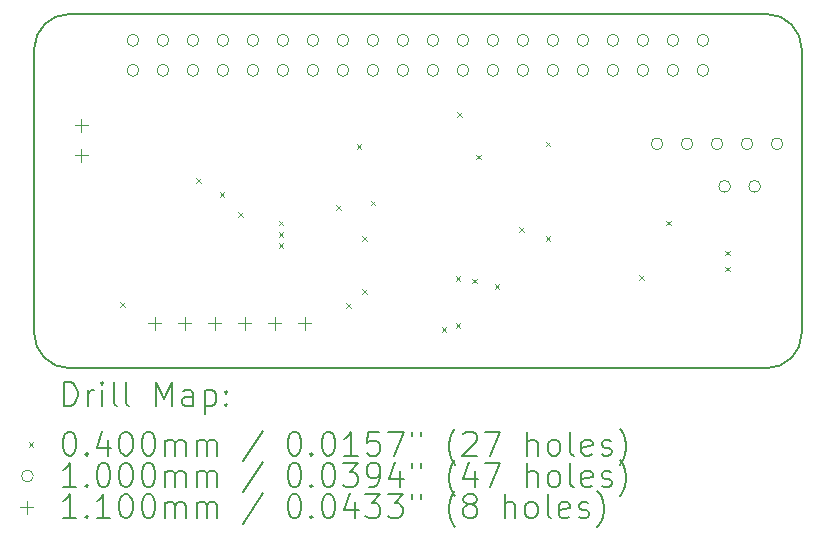
<source format=gbr>
%TF.GenerationSoftware,KiCad,Pcbnew,7.0.6*%
%TF.CreationDate,2023-08-14T14:17:23+01:00*%
%TF.ProjectId,canhat,63616e68-6174-42e6-9b69-6361645f7063,8*%
%TF.SameCoordinates,Original*%
%TF.FileFunction,Drillmap*%
%TF.FilePolarity,Positive*%
%FSLAX45Y45*%
G04 Gerber Fmt 4.5, Leading zero omitted, Abs format (unit mm)*
G04 Created by KiCad (PCBNEW 7.0.6) date 2023-08-14 14:17:23*
%MOMM*%
%LPD*%
G01*
G04 APERTURE LIST*
%ADD10C,0.150000*%
%ADD11C,0.200000*%
%ADD12C,0.040000*%
%ADD13C,0.100000*%
%ADD14C,0.110000*%
G04 APERTURE END LIST*
D10*
X10500000Y-7700000D02*
X10500000Y-5300000D01*
X10500000Y-5300000D02*
G75*
G03*
X10200000Y-5000000I-300000J0D01*
G01*
X4300000Y-5000000D02*
G75*
G03*
X4000000Y-5300000I0J-300000D01*
G01*
X10200000Y-5000000D02*
X4300000Y-5000000D01*
X4000000Y-7700000D02*
G75*
G03*
X4300000Y-8000000I300000J0D01*
G01*
X4000000Y-5300000D02*
X4000000Y-7700000D01*
X10200000Y-8000000D02*
G75*
G03*
X10500000Y-7700000I0J300000D01*
G01*
X4300000Y-8000000D02*
X10200000Y-8000000D01*
D11*
D12*
X4730000Y-7440000D02*
X4770000Y-7480000D01*
X4770000Y-7440000D02*
X4730000Y-7480000D01*
X5370000Y-6390000D02*
X5410000Y-6430000D01*
X5410000Y-6390000D02*
X5370000Y-6430000D01*
X5570000Y-6510000D02*
X5610000Y-6550000D01*
X5610000Y-6510000D02*
X5570000Y-6550000D01*
X5730000Y-6680000D02*
X5770000Y-6720000D01*
X5770000Y-6680000D02*
X5730000Y-6720000D01*
X6070000Y-6750000D02*
X6110000Y-6790000D01*
X6110000Y-6750000D02*
X6070000Y-6790000D01*
X6070000Y-6850000D02*
X6110000Y-6890000D01*
X6110000Y-6850000D02*
X6070000Y-6890000D01*
X6070000Y-6940000D02*
X6110000Y-6980000D01*
X6110000Y-6940000D02*
X6070000Y-6980000D01*
X6560000Y-6620000D02*
X6600000Y-6660000D01*
X6600000Y-6620000D02*
X6560000Y-6660000D01*
X6640000Y-7450000D02*
X6680000Y-7490000D01*
X6680000Y-7450000D02*
X6640000Y-7490000D01*
X6730000Y-6100000D02*
X6770000Y-6140000D01*
X6770000Y-6100000D02*
X6730000Y-6140000D01*
X6780000Y-6880000D02*
X6820000Y-6920000D01*
X6820000Y-6880000D02*
X6780000Y-6920000D01*
X6780000Y-7330000D02*
X6820000Y-7370000D01*
X6820000Y-7330000D02*
X6780000Y-7370000D01*
X6850000Y-6580000D02*
X6890000Y-6620000D01*
X6890000Y-6580000D02*
X6850000Y-6620000D01*
X7450000Y-7650000D02*
X7490000Y-7690000D01*
X7490000Y-7650000D02*
X7450000Y-7690000D01*
X7570000Y-7220000D02*
X7610000Y-7260000D01*
X7610000Y-7220000D02*
X7570000Y-7260000D01*
X7570000Y-7620000D02*
X7610000Y-7660000D01*
X7610000Y-7620000D02*
X7570000Y-7660000D01*
X7580000Y-5830000D02*
X7620000Y-5870000D01*
X7620000Y-5830000D02*
X7580000Y-5870000D01*
X7710000Y-7240000D02*
X7750000Y-7280000D01*
X7750000Y-7240000D02*
X7710000Y-7280000D01*
X7740000Y-6190000D02*
X7780000Y-6230000D01*
X7780000Y-6190000D02*
X7740000Y-6230000D01*
X7900000Y-7290000D02*
X7940000Y-7330000D01*
X7940000Y-7290000D02*
X7900000Y-7330000D01*
X8105000Y-6805000D02*
X8145000Y-6845000D01*
X8145000Y-6805000D02*
X8105000Y-6845000D01*
X8330000Y-6080000D02*
X8370000Y-6120000D01*
X8370000Y-6080000D02*
X8330000Y-6120000D01*
X8330000Y-6880000D02*
X8370000Y-6920000D01*
X8370000Y-6880000D02*
X8330000Y-6920000D01*
X9120000Y-7210000D02*
X9160000Y-7250000D01*
X9160000Y-7210000D02*
X9120000Y-7250000D01*
X9350000Y-6750000D02*
X9390000Y-6790000D01*
X9390000Y-6750000D02*
X9350000Y-6790000D01*
X9850000Y-7140000D02*
X9890000Y-7180000D01*
X9890000Y-7140000D02*
X9850000Y-7180000D01*
X9853500Y-7003500D02*
X9893500Y-7043500D01*
X9893500Y-7003500D02*
X9853500Y-7043500D01*
D13*
X4887000Y-5223000D02*
G75*
G03*
X4887000Y-5223000I-50000J0D01*
G01*
X4887000Y-5477000D02*
G75*
G03*
X4887000Y-5477000I-50000J0D01*
G01*
X5141000Y-5223000D02*
G75*
G03*
X5141000Y-5223000I-50000J0D01*
G01*
X5141000Y-5477000D02*
G75*
G03*
X5141000Y-5477000I-50000J0D01*
G01*
X5395000Y-5223000D02*
G75*
G03*
X5395000Y-5223000I-50000J0D01*
G01*
X5395000Y-5477000D02*
G75*
G03*
X5395000Y-5477000I-50000J0D01*
G01*
X5649000Y-5223000D02*
G75*
G03*
X5649000Y-5223000I-50000J0D01*
G01*
X5649000Y-5477000D02*
G75*
G03*
X5649000Y-5477000I-50000J0D01*
G01*
X5903000Y-5223000D02*
G75*
G03*
X5903000Y-5223000I-50000J0D01*
G01*
X5903000Y-5477000D02*
G75*
G03*
X5903000Y-5477000I-50000J0D01*
G01*
X6157000Y-5223000D02*
G75*
G03*
X6157000Y-5223000I-50000J0D01*
G01*
X6157000Y-5477000D02*
G75*
G03*
X6157000Y-5477000I-50000J0D01*
G01*
X6411000Y-5223000D02*
G75*
G03*
X6411000Y-5223000I-50000J0D01*
G01*
X6411000Y-5477000D02*
G75*
G03*
X6411000Y-5477000I-50000J0D01*
G01*
X6665000Y-5223000D02*
G75*
G03*
X6665000Y-5223000I-50000J0D01*
G01*
X6665000Y-5477000D02*
G75*
G03*
X6665000Y-5477000I-50000J0D01*
G01*
X6919000Y-5223000D02*
G75*
G03*
X6919000Y-5223000I-50000J0D01*
G01*
X6919000Y-5477000D02*
G75*
G03*
X6919000Y-5477000I-50000J0D01*
G01*
X7173000Y-5223000D02*
G75*
G03*
X7173000Y-5223000I-50000J0D01*
G01*
X7173000Y-5477000D02*
G75*
G03*
X7173000Y-5477000I-50000J0D01*
G01*
X7427000Y-5223000D02*
G75*
G03*
X7427000Y-5223000I-50000J0D01*
G01*
X7427000Y-5477000D02*
G75*
G03*
X7427000Y-5477000I-50000J0D01*
G01*
X7681000Y-5223000D02*
G75*
G03*
X7681000Y-5223000I-50000J0D01*
G01*
X7681000Y-5477000D02*
G75*
G03*
X7681000Y-5477000I-50000J0D01*
G01*
X7935000Y-5223000D02*
G75*
G03*
X7935000Y-5223000I-50000J0D01*
G01*
X7935000Y-5477000D02*
G75*
G03*
X7935000Y-5477000I-50000J0D01*
G01*
X8189000Y-5223000D02*
G75*
G03*
X8189000Y-5223000I-50000J0D01*
G01*
X8189000Y-5477000D02*
G75*
G03*
X8189000Y-5477000I-50000J0D01*
G01*
X8443000Y-5223000D02*
G75*
G03*
X8443000Y-5223000I-50000J0D01*
G01*
X8443000Y-5477000D02*
G75*
G03*
X8443000Y-5477000I-50000J0D01*
G01*
X8697000Y-5223000D02*
G75*
G03*
X8697000Y-5223000I-50000J0D01*
G01*
X8697000Y-5477000D02*
G75*
G03*
X8697000Y-5477000I-50000J0D01*
G01*
X8951000Y-5223000D02*
G75*
G03*
X8951000Y-5223000I-50000J0D01*
G01*
X8951000Y-5477000D02*
G75*
G03*
X8951000Y-5477000I-50000J0D01*
G01*
X9205000Y-5223000D02*
G75*
G03*
X9205000Y-5223000I-50000J0D01*
G01*
X9205000Y-5477000D02*
G75*
G03*
X9205000Y-5477000I-50000J0D01*
G01*
X9324000Y-6100000D02*
G75*
G03*
X9324000Y-6100000I-50000J0D01*
G01*
X9459000Y-5223000D02*
G75*
G03*
X9459000Y-5223000I-50000J0D01*
G01*
X9459000Y-5477000D02*
G75*
G03*
X9459000Y-5477000I-50000J0D01*
G01*
X9578000Y-6100000D02*
G75*
G03*
X9578000Y-6100000I-50000J0D01*
G01*
X9713000Y-5223000D02*
G75*
G03*
X9713000Y-5223000I-50000J0D01*
G01*
X9713000Y-5477000D02*
G75*
G03*
X9713000Y-5477000I-50000J0D01*
G01*
X9832000Y-6100000D02*
G75*
G03*
X9832000Y-6100000I-50000J0D01*
G01*
X9896000Y-6460000D02*
G75*
G03*
X9896000Y-6460000I-50000J0D01*
G01*
X10086000Y-6100000D02*
G75*
G03*
X10086000Y-6100000I-50000J0D01*
G01*
X10150000Y-6460000D02*
G75*
G03*
X10150000Y-6460000I-50000J0D01*
G01*
X10340000Y-6100000D02*
G75*
G03*
X10340000Y-6100000I-50000J0D01*
G01*
D14*
X4400000Y-5888000D02*
X4400000Y-5998000D01*
X4345000Y-5943000D02*
X4455000Y-5943000D01*
X4400000Y-6142000D02*
X4400000Y-6252000D01*
X4345000Y-6197000D02*
X4455000Y-6197000D01*
X5020000Y-7565000D02*
X5020000Y-7675000D01*
X4965000Y-7620000D02*
X5075000Y-7620000D01*
X5274000Y-7565000D02*
X5274000Y-7675000D01*
X5219000Y-7620000D02*
X5329000Y-7620000D01*
X5528000Y-7565000D02*
X5528000Y-7675000D01*
X5473000Y-7620000D02*
X5583000Y-7620000D01*
X5782000Y-7565000D02*
X5782000Y-7675000D01*
X5727000Y-7620000D02*
X5837000Y-7620000D01*
X6036000Y-7565000D02*
X6036000Y-7675000D01*
X5981000Y-7620000D02*
X6091000Y-7620000D01*
X6290000Y-7565000D02*
X6290000Y-7675000D01*
X6235000Y-7620000D02*
X6345000Y-7620000D01*
D11*
X4253277Y-8318984D02*
X4253277Y-8118984D01*
X4253277Y-8118984D02*
X4300896Y-8118984D01*
X4300896Y-8118984D02*
X4329467Y-8128508D01*
X4329467Y-8128508D02*
X4348515Y-8147555D01*
X4348515Y-8147555D02*
X4358039Y-8166603D01*
X4358039Y-8166603D02*
X4367563Y-8204698D01*
X4367563Y-8204698D02*
X4367563Y-8233269D01*
X4367563Y-8233269D02*
X4358039Y-8271365D01*
X4358039Y-8271365D02*
X4348515Y-8290412D01*
X4348515Y-8290412D02*
X4329467Y-8309460D01*
X4329467Y-8309460D02*
X4300896Y-8318984D01*
X4300896Y-8318984D02*
X4253277Y-8318984D01*
X4453277Y-8318984D02*
X4453277Y-8185650D01*
X4453277Y-8223746D02*
X4462801Y-8204698D01*
X4462801Y-8204698D02*
X4472324Y-8195174D01*
X4472324Y-8195174D02*
X4491372Y-8185650D01*
X4491372Y-8185650D02*
X4510420Y-8185650D01*
X4577086Y-8318984D02*
X4577086Y-8185650D01*
X4577086Y-8118984D02*
X4567563Y-8128508D01*
X4567563Y-8128508D02*
X4577086Y-8138031D01*
X4577086Y-8138031D02*
X4586610Y-8128508D01*
X4586610Y-8128508D02*
X4577086Y-8118984D01*
X4577086Y-8118984D02*
X4577086Y-8138031D01*
X4700896Y-8318984D02*
X4681848Y-8309460D01*
X4681848Y-8309460D02*
X4672324Y-8290412D01*
X4672324Y-8290412D02*
X4672324Y-8118984D01*
X4805658Y-8318984D02*
X4786610Y-8309460D01*
X4786610Y-8309460D02*
X4777086Y-8290412D01*
X4777086Y-8290412D02*
X4777086Y-8118984D01*
X5034229Y-8318984D02*
X5034229Y-8118984D01*
X5034229Y-8118984D02*
X5100896Y-8261841D01*
X5100896Y-8261841D02*
X5167563Y-8118984D01*
X5167563Y-8118984D02*
X5167563Y-8318984D01*
X5348515Y-8318984D02*
X5348515Y-8214222D01*
X5348515Y-8214222D02*
X5338991Y-8195174D01*
X5338991Y-8195174D02*
X5319944Y-8185650D01*
X5319944Y-8185650D02*
X5281848Y-8185650D01*
X5281848Y-8185650D02*
X5262801Y-8195174D01*
X5348515Y-8309460D02*
X5329467Y-8318984D01*
X5329467Y-8318984D02*
X5281848Y-8318984D01*
X5281848Y-8318984D02*
X5262801Y-8309460D01*
X5262801Y-8309460D02*
X5253277Y-8290412D01*
X5253277Y-8290412D02*
X5253277Y-8271365D01*
X5253277Y-8271365D02*
X5262801Y-8252317D01*
X5262801Y-8252317D02*
X5281848Y-8242793D01*
X5281848Y-8242793D02*
X5329467Y-8242793D01*
X5329467Y-8242793D02*
X5348515Y-8233269D01*
X5443753Y-8185650D02*
X5443753Y-8385650D01*
X5443753Y-8195174D02*
X5462801Y-8185650D01*
X5462801Y-8185650D02*
X5500896Y-8185650D01*
X5500896Y-8185650D02*
X5519944Y-8195174D01*
X5519944Y-8195174D02*
X5529467Y-8204698D01*
X5529467Y-8204698D02*
X5538991Y-8223746D01*
X5538991Y-8223746D02*
X5538991Y-8280888D01*
X5538991Y-8280888D02*
X5529467Y-8299936D01*
X5529467Y-8299936D02*
X5519944Y-8309460D01*
X5519944Y-8309460D02*
X5500896Y-8318984D01*
X5500896Y-8318984D02*
X5462801Y-8318984D01*
X5462801Y-8318984D02*
X5443753Y-8309460D01*
X5624705Y-8299936D02*
X5634229Y-8309460D01*
X5634229Y-8309460D02*
X5624705Y-8318984D01*
X5624705Y-8318984D02*
X5615182Y-8309460D01*
X5615182Y-8309460D02*
X5624705Y-8299936D01*
X5624705Y-8299936D02*
X5624705Y-8318984D01*
X5624705Y-8195174D02*
X5634229Y-8204698D01*
X5634229Y-8204698D02*
X5624705Y-8214222D01*
X5624705Y-8214222D02*
X5615182Y-8204698D01*
X5615182Y-8204698D02*
X5624705Y-8195174D01*
X5624705Y-8195174D02*
X5624705Y-8214222D01*
D12*
X3952500Y-8627500D02*
X3992500Y-8667500D01*
X3992500Y-8627500D02*
X3952500Y-8667500D01*
D11*
X4291372Y-8538984D02*
X4310420Y-8538984D01*
X4310420Y-8538984D02*
X4329467Y-8548508D01*
X4329467Y-8548508D02*
X4338991Y-8558031D01*
X4338991Y-8558031D02*
X4348515Y-8577079D01*
X4348515Y-8577079D02*
X4358039Y-8615174D01*
X4358039Y-8615174D02*
X4358039Y-8662793D01*
X4358039Y-8662793D02*
X4348515Y-8700889D01*
X4348515Y-8700889D02*
X4338991Y-8719936D01*
X4338991Y-8719936D02*
X4329467Y-8729460D01*
X4329467Y-8729460D02*
X4310420Y-8738984D01*
X4310420Y-8738984D02*
X4291372Y-8738984D01*
X4291372Y-8738984D02*
X4272324Y-8729460D01*
X4272324Y-8729460D02*
X4262801Y-8719936D01*
X4262801Y-8719936D02*
X4253277Y-8700889D01*
X4253277Y-8700889D02*
X4243753Y-8662793D01*
X4243753Y-8662793D02*
X4243753Y-8615174D01*
X4243753Y-8615174D02*
X4253277Y-8577079D01*
X4253277Y-8577079D02*
X4262801Y-8558031D01*
X4262801Y-8558031D02*
X4272324Y-8548508D01*
X4272324Y-8548508D02*
X4291372Y-8538984D01*
X4443753Y-8719936D02*
X4453277Y-8729460D01*
X4453277Y-8729460D02*
X4443753Y-8738984D01*
X4443753Y-8738984D02*
X4434229Y-8729460D01*
X4434229Y-8729460D02*
X4443753Y-8719936D01*
X4443753Y-8719936D02*
X4443753Y-8738984D01*
X4624705Y-8605650D02*
X4624705Y-8738984D01*
X4577086Y-8529460D02*
X4529467Y-8672317D01*
X4529467Y-8672317D02*
X4653277Y-8672317D01*
X4767563Y-8538984D02*
X4786610Y-8538984D01*
X4786610Y-8538984D02*
X4805658Y-8548508D01*
X4805658Y-8548508D02*
X4815182Y-8558031D01*
X4815182Y-8558031D02*
X4824705Y-8577079D01*
X4824705Y-8577079D02*
X4834229Y-8615174D01*
X4834229Y-8615174D02*
X4834229Y-8662793D01*
X4834229Y-8662793D02*
X4824705Y-8700889D01*
X4824705Y-8700889D02*
X4815182Y-8719936D01*
X4815182Y-8719936D02*
X4805658Y-8729460D01*
X4805658Y-8729460D02*
X4786610Y-8738984D01*
X4786610Y-8738984D02*
X4767563Y-8738984D01*
X4767563Y-8738984D02*
X4748515Y-8729460D01*
X4748515Y-8729460D02*
X4738991Y-8719936D01*
X4738991Y-8719936D02*
X4729467Y-8700889D01*
X4729467Y-8700889D02*
X4719944Y-8662793D01*
X4719944Y-8662793D02*
X4719944Y-8615174D01*
X4719944Y-8615174D02*
X4729467Y-8577079D01*
X4729467Y-8577079D02*
X4738991Y-8558031D01*
X4738991Y-8558031D02*
X4748515Y-8548508D01*
X4748515Y-8548508D02*
X4767563Y-8538984D01*
X4958039Y-8538984D02*
X4977086Y-8538984D01*
X4977086Y-8538984D02*
X4996134Y-8548508D01*
X4996134Y-8548508D02*
X5005658Y-8558031D01*
X5005658Y-8558031D02*
X5015182Y-8577079D01*
X5015182Y-8577079D02*
X5024705Y-8615174D01*
X5024705Y-8615174D02*
X5024705Y-8662793D01*
X5024705Y-8662793D02*
X5015182Y-8700889D01*
X5015182Y-8700889D02*
X5005658Y-8719936D01*
X5005658Y-8719936D02*
X4996134Y-8729460D01*
X4996134Y-8729460D02*
X4977086Y-8738984D01*
X4977086Y-8738984D02*
X4958039Y-8738984D01*
X4958039Y-8738984D02*
X4938991Y-8729460D01*
X4938991Y-8729460D02*
X4929467Y-8719936D01*
X4929467Y-8719936D02*
X4919944Y-8700889D01*
X4919944Y-8700889D02*
X4910420Y-8662793D01*
X4910420Y-8662793D02*
X4910420Y-8615174D01*
X4910420Y-8615174D02*
X4919944Y-8577079D01*
X4919944Y-8577079D02*
X4929467Y-8558031D01*
X4929467Y-8558031D02*
X4938991Y-8548508D01*
X4938991Y-8548508D02*
X4958039Y-8538984D01*
X5110420Y-8738984D02*
X5110420Y-8605650D01*
X5110420Y-8624698D02*
X5119944Y-8615174D01*
X5119944Y-8615174D02*
X5138991Y-8605650D01*
X5138991Y-8605650D02*
X5167563Y-8605650D01*
X5167563Y-8605650D02*
X5186610Y-8615174D01*
X5186610Y-8615174D02*
X5196134Y-8634222D01*
X5196134Y-8634222D02*
X5196134Y-8738984D01*
X5196134Y-8634222D02*
X5205658Y-8615174D01*
X5205658Y-8615174D02*
X5224705Y-8605650D01*
X5224705Y-8605650D02*
X5253277Y-8605650D01*
X5253277Y-8605650D02*
X5272325Y-8615174D01*
X5272325Y-8615174D02*
X5281848Y-8634222D01*
X5281848Y-8634222D02*
X5281848Y-8738984D01*
X5377086Y-8738984D02*
X5377086Y-8605650D01*
X5377086Y-8624698D02*
X5386610Y-8615174D01*
X5386610Y-8615174D02*
X5405658Y-8605650D01*
X5405658Y-8605650D02*
X5434229Y-8605650D01*
X5434229Y-8605650D02*
X5453277Y-8615174D01*
X5453277Y-8615174D02*
X5462801Y-8634222D01*
X5462801Y-8634222D02*
X5462801Y-8738984D01*
X5462801Y-8634222D02*
X5472325Y-8615174D01*
X5472325Y-8615174D02*
X5491372Y-8605650D01*
X5491372Y-8605650D02*
X5519944Y-8605650D01*
X5519944Y-8605650D02*
X5538991Y-8615174D01*
X5538991Y-8615174D02*
X5548515Y-8634222D01*
X5548515Y-8634222D02*
X5548515Y-8738984D01*
X5938991Y-8529460D02*
X5767563Y-8786603D01*
X6196134Y-8538984D02*
X6215182Y-8538984D01*
X6215182Y-8538984D02*
X6234229Y-8548508D01*
X6234229Y-8548508D02*
X6243753Y-8558031D01*
X6243753Y-8558031D02*
X6253277Y-8577079D01*
X6253277Y-8577079D02*
X6262801Y-8615174D01*
X6262801Y-8615174D02*
X6262801Y-8662793D01*
X6262801Y-8662793D02*
X6253277Y-8700889D01*
X6253277Y-8700889D02*
X6243753Y-8719936D01*
X6243753Y-8719936D02*
X6234229Y-8729460D01*
X6234229Y-8729460D02*
X6215182Y-8738984D01*
X6215182Y-8738984D02*
X6196134Y-8738984D01*
X6196134Y-8738984D02*
X6177086Y-8729460D01*
X6177086Y-8729460D02*
X6167563Y-8719936D01*
X6167563Y-8719936D02*
X6158039Y-8700889D01*
X6158039Y-8700889D02*
X6148515Y-8662793D01*
X6148515Y-8662793D02*
X6148515Y-8615174D01*
X6148515Y-8615174D02*
X6158039Y-8577079D01*
X6158039Y-8577079D02*
X6167563Y-8558031D01*
X6167563Y-8558031D02*
X6177086Y-8548508D01*
X6177086Y-8548508D02*
X6196134Y-8538984D01*
X6348515Y-8719936D02*
X6358039Y-8729460D01*
X6358039Y-8729460D02*
X6348515Y-8738984D01*
X6348515Y-8738984D02*
X6338991Y-8729460D01*
X6338991Y-8729460D02*
X6348515Y-8719936D01*
X6348515Y-8719936D02*
X6348515Y-8738984D01*
X6481848Y-8538984D02*
X6500896Y-8538984D01*
X6500896Y-8538984D02*
X6519944Y-8548508D01*
X6519944Y-8548508D02*
X6529467Y-8558031D01*
X6529467Y-8558031D02*
X6538991Y-8577079D01*
X6538991Y-8577079D02*
X6548515Y-8615174D01*
X6548515Y-8615174D02*
X6548515Y-8662793D01*
X6548515Y-8662793D02*
X6538991Y-8700889D01*
X6538991Y-8700889D02*
X6529467Y-8719936D01*
X6529467Y-8719936D02*
X6519944Y-8729460D01*
X6519944Y-8729460D02*
X6500896Y-8738984D01*
X6500896Y-8738984D02*
X6481848Y-8738984D01*
X6481848Y-8738984D02*
X6462801Y-8729460D01*
X6462801Y-8729460D02*
X6453277Y-8719936D01*
X6453277Y-8719936D02*
X6443753Y-8700889D01*
X6443753Y-8700889D02*
X6434229Y-8662793D01*
X6434229Y-8662793D02*
X6434229Y-8615174D01*
X6434229Y-8615174D02*
X6443753Y-8577079D01*
X6443753Y-8577079D02*
X6453277Y-8558031D01*
X6453277Y-8558031D02*
X6462801Y-8548508D01*
X6462801Y-8548508D02*
X6481848Y-8538984D01*
X6738991Y-8738984D02*
X6624706Y-8738984D01*
X6681848Y-8738984D02*
X6681848Y-8538984D01*
X6681848Y-8538984D02*
X6662801Y-8567555D01*
X6662801Y-8567555D02*
X6643753Y-8586603D01*
X6643753Y-8586603D02*
X6624706Y-8596127D01*
X6919944Y-8538984D02*
X6824706Y-8538984D01*
X6824706Y-8538984D02*
X6815182Y-8634222D01*
X6815182Y-8634222D02*
X6824706Y-8624698D01*
X6824706Y-8624698D02*
X6843753Y-8615174D01*
X6843753Y-8615174D02*
X6891372Y-8615174D01*
X6891372Y-8615174D02*
X6910420Y-8624698D01*
X6910420Y-8624698D02*
X6919944Y-8634222D01*
X6919944Y-8634222D02*
X6929467Y-8653270D01*
X6929467Y-8653270D02*
X6929467Y-8700889D01*
X6929467Y-8700889D02*
X6919944Y-8719936D01*
X6919944Y-8719936D02*
X6910420Y-8729460D01*
X6910420Y-8729460D02*
X6891372Y-8738984D01*
X6891372Y-8738984D02*
X6843753Y-8738984D01*
X6843753Y-8738984D02*
X6824706Y-8729460D01*
X6824706Y-8729460D02*
X6815182Y-8719936D01*
X6996134Y-8538984D02*
X7129467Y-8538984D01*
X7129467Y-8538984D02*
X7043753Y-8738984D01*
X7196134Y-8538984D02*
X7196134Y-8577079D01*
X7272325Y-8538984D02*
X7272325Y-8577079D01*
X7567563Y-8815174D02*
X7558039Y-8805650D01*
X7558039Y-8805650D02*
X7538991Y-8777079D01*
X7538991Y-8777079D02*
X7529468Y-8758031D01*
X7529468Y-8758031D02*
X7519944Y-8729460D01*
X7519944Y-8729460D02*
X7510420Y-8681841D01*
X7510420Y-8681841D02*
X7510420Y-8643746D01*
X7510420Y-8643746D02*
X7519944Y-8596127D01*
X7519944Y-8596127D02*
X7529468Y-8567555D01*
X7529468Y-8567555D02*
X7538991Y-8548508D01*
X7538991Y-8548508D02*
X7558039Y-8519936D01*
X7558039Y-8519936D02*
X7567563Y-8510412D01*
X7634229Y-8558031D02*
X7643753Y-8548508D01*
X7643753Y-8548508D02*
X7662801Y-8538984D01*
X7662801Y-8538984D02*
X7710420Y-8538984D01*
X7710420Y-8538984D02*
X7729468Y-8548508D01*
X7729468Y-8548508D02*
X7738991Y-8558031D01*
X7738991Y-8558031D02*
X7748515Y-8577079D01*
X7748515Y-8577079D02*
X7748515Y-8596127D01*
X7748515Y-8596127D02*
X7738991Y-8624698D01*
X7738991Y-8624698D02*
X7624706Y-8738984D01*
X7624706Y-8738984D02*
X7748515Y-8738984D01*
X7815182Y-8538984D02*
X7948515Y-8538984D01*
X7948515Y-8538984D02*
X7862801Y-8738984D01*
X8177087Y-8738984D02*
X8177087Y-8538984D01*
X8262801Y-8738984D02*
X8262801Y-8634222D01*
X8262801Y-8634222D02*
X8253277Y-8615174D01*
X8253277Y-8615174D02*
X8234230Y-8605650D01*
X8234230Y-8605650D02*
X8205658Y-8605650D01*
X8205658Y-8605650D02*
X8186610Y-8615174D01*
X8186610Y-8615174D02*
X8177087Y-8624698D01*
X8386610Y-8738984D02*
X8367563Y-8729460D01*
X8367563Y-8729460D02*
X8358039Y-8719936D01*
X8358039Y-8719936D02*
X8348515Y-8700889D01*
X8348515Y-8700889D02*
X8348515Y-8643746D01*
X8348515Y-8643746D02*
X8358039Y-8624698D01*
X8358039Y-8624698D02*
X8367563Y-8615174D01*
X8367563Y-8615174D02*
X8386610Y-8605650D01*
X8386610Y-8605650D02*
X8415182Y-8605650D01*
X8415182Y-8605650D02*
X8434230Y-8615174D01*
X8434230Y-8615174D02*
X8443753Y-8624698D01*
X8443753Y-8624698D02*
X8453277Y-8643746D01*
X8453277Y-8643746D02*
X8453277Y-8700889D01*
X8453277Y-8700889D02*
X8443753Y-8719936D01*
X8443753Y-8719936D02*
X8434230Y-8729460D01*
X8434230Y-8729460D02*
X8415182Y-8738984D01*
X8415182Y-8738984D02*
X8386610Y-8738984D01*
X8567563Y-8738984D02*
X8548515Y-8729460D01*
X8548515Y-8729460D02*
X8538992Y-8710412D01*
X8538992Y-8710412D02*
X8538992Y-8538984D01*
X8719944Y-8729460D02*
X8700896Y-8738984D01*
X8700896Y-8738984D02*
X8662801Y-8738984D01*
X8662801Y-8738984D02*
X8643753Y-8729460D01*
X8643753Y-8729460D02*
X8634230Y-8710412D01*
X8634230Y-8710412D02*
X8634230Y-8634222D01*
X8634230Y-8634222D02*
X8643753Y-8615174D01*
X8643753Y-8615174D02*
X8662801Y-8605650D01*
X8662801Y-8605650D02*
X8700896Y-8605650D01*
X8700896Y-8605650D02*
X8719944Y-8615174D01*
X8719944Y-8615174D02*
X8729468Y-8634222D01*
X8729468Y-8634222D02*
X8729468Y-8653270D01*
X8729468Y-8653270D02*
X8634230Y-8672317D01*
X8805658Y-8729460D02*
X8824706Y-8738984D01*
X8824706Y-8738984D02*
X8862801Y-8738984D01*
X8862801Y-8738984D02*
X8881849Y-8729460D01*
X8881849Y-8729460D02*
X8891373Y-8710412D01*
X8891373Y-8710412D02*
X8891373Y-8700889D01*
X8891373Y-8700889D02*
X8881849Y-8681841D01*
X8881849Y-8681841D02*
X8862801Y-8672317D01*
X8862801Y-8672317D02*
X8834230Y-8672317D01*
X8834230Y-8672317D02*
X8815182Y-8662793D01*
X8815182Y-8662793D02*
X8805658Y-8643746D01*
X8805658Y-8643746D02*
X8805658Y-8634222D01*
X8805658Y-8634222D02*
X8815182Y-8615174D01*
X8815182Y-8615174D02*
X8834230Y-8605650D01*
X8834230Y-8605650D02*
X8862801Y-8605650D01*
X8862801Y-8605650D02*
X8881849Y-8615174D01*
X8958039Y-8815174D02*
X8967563Y-8805650D01*
X8967563Y-8805650D02*
X8986611Y-8777079D01*
X8986611Y-8777079D02*
X8996134Y-8758031D01*
X8996134Y-8758031D02*
X9005658Y-8729460D01*
X9005658Y-8729460D02*
X9015182Y-8681841D01*
X9015182Y-8681841D02*
X9015182Y-8643746D01*
X9015182Y-8643746D02*
X9005658Y-8596127D01*
X9005658Y-8596127D02*
X8996134Y-8567555D01*
X8996134Y-8567555D02*
X8986611Y-8548508D01*
X8986611Y-8548508D02*
X8967563Y-8519936D01*
X8967563Y-8519936D02*
X8958039Y-8510412D01*
D13*
X3992500Y-8911500D02*
G75*
G03*
X3992500Y-8911500I-50000J0D01*
G01*
D11*
X4358039Y-9002984D02*
X4243753Y-9002984D01*
X4300896Y-9002984D02*
X4300896Y-8802984D01*
X4300896Y-8802984D02*
X4281848Y-8831555D01*
X4281848Y-8831555D02*
X4262801Y-8850603D01*
X4262801Y-8850603D02*
X4243753Y-8860127D01*
X4443753Y-8983936D02*
X4453277Y-8993460D01*
X4453277Y-8993460D02*
X4443753Y-9002984D01*
X4443753Y-9002984D02*
X4434229Y-8993460D01*
X4434229Y-8993460D02*
X4443753Y-8983936D01*
X4443753Y-8983936D02*
X4443753Y-9002984D01*
X4577086Y-8802984D02*
X4596134Y-8802984D01*
X4596134Y-8802984D02*
X4615182Y-8812508D01*
X4615182Y-8812508D02*
X4624705Y-8822031D01*
X4624705Y-8822031D02*
X4634229Y-8841079D01*
X4634229Y-8841079D02*
X4643753Y-8879174D01*
X4643753Y-8879174D02*
X4643753Y-8926793D01*
X4643753Y-8926793D02*
X4634229Y-8964889D01*
X4634229Y-8964889D02*
X4624705Y-8983936D01*
X4624705Y-8983936D02*
X4615182Y-8993460D01*
X4615182Y-8993460D02*
X4596134Y-9002984D01*
X4596134Y-9002984D02*
X4577086Y-9002984D01*
X4577086Y-9002984D02*
X4558039Y-8993460D01*
X4558039Y-8993460D02*
X4548515Y-8983936D01*
X4548515Y-8983936D02*
X4538991Y-8964889D01*
X4538991Y-8964889D02*
X4529467Y-8926793D01*
X4529467Y-8926793D02*
X4529467Y-8879174D01*
X4529467Y-8879174D02*
X4538991Y-8841079D01*
X4538991Y-8841079D02*
X4548515Y-8822031D01*
X4548515Y-8822031D02*
X4558039Y-8812508D01*
X4558039Y-8812508D02*
X4577086Y-8802984D01*
X4767563Y-8802984D02*
X4786610Y-8802984D01*
X4786610Y-8802984D02*
X4805658Y-8812508D01*
X4805658Y-8812508D02*
X4815182Y-8822031D01*
X4815182Y-8822031D02*
X4824705Y-8841079D01*
X4824705Y-8841079D02*
X4834229Y-8879174D01*
X4834229Y-8879174D02*
X4834229Y-8926793D01*
X4834229Y-8926793D02*
X4824705Y-8964889D01*
X4824705Y-8964889D02*
X4815182Y-8983936D01*
X4815182Y-8983936D02*
X4805658Y-8993460D01*
X4805658Y-8993460D02*
X4786610Y-9002984D01*
X4786610Y-9002984D02*
X4767563Y-9002984D01*
X4767563Y-9002984D02*
X4748515Y-8993460D01*
X4748515Y-8993460D02*
X4738991Y-8983936D01*
X4738991Y-8983936D02*
X4729467Y-8964889D01*
X4729467Y-8964889D02*
X4719944Y-8926793D01*
X4719944Y-8926793D02*
X4719944Y-8879174D01*
X4719944Y-8879174D02*
X4729467Y-8841079D01*
X4729467Y-8841079D02*
X4738991Y-8822031D01*
X4738991Y-8822031D02*
X4748515Y-8812508D01*
X4748515Y-8812508D02*
X4767563Y-8802984D01*
X4958039Y-8802984D02*
X4977086Y-8802984D01*
X4977086Y-8802984D02*
X4996134Y-8812508D01*
X4996134Y-8812508D02*
X5005658Y-8822031D01*
X5005658Y-8822031D02*
X5015182Y-8841079D01*
X5015182Y-8841079D02*
X5024705Y-8879174D01*
X5024705Y-8879174D02*
X5024705Y-8926793D01*
X5024705Y-8926793D02*
X5015182Y-8964889D01*
X5015182Y-8964889D02*
X5005658Y-8983936D01*
X5005658Y-8983936D02*
X4996134Y-8993460D01*
X4996134Y-8993460D02*
X4977086Y-9002984D01*
X4977086Y-9002984D02*
X4958039Y-9002984D01*
X4958039Y-9002984D02*
X4938991Y-8993460D01*
X4938991Y-8993460D02*
X4929467Y-8983936D01*
X4929467Y-8983936D02*
X4919944Y-8964889D01*
X4919944Y-8964889D02*
X4910420Y-8926793D01*
X4910420Y-8926793D02*
X4910420Y-8879174D01*
X4910420Y-8879174D02*
X4919944Y-8841079D01*
X4919944Y-8841079D02*
X4929467Y-8822031D01*
X4929467Y-8822031D02*
X4938991Y-8812508D01*
X4938991Y-8812508D02*
X4958039Y-8802984D01*
X5110420Y-9002984D02*
X5110420Y-8869650D01*
X5110420Y-8888698D02*
X5119944Y-8879174D01*
X5119944Y-8879174D02*
X5138991Y-8869650D01*
X5138991Y-8869650D02*
X5167563Y-8869650D01*
X5167563Y-8869650D02*
X5186610Y-8879174D01*
X5186610Y-8879174D02*
X5196134Y-8898222D01*
X5196134Y-8898222D02*
X5196134Y-9002984D01*
X5196134Y-8898222D02*
X5205658Y-8879174D01*
X5205658Y-8879174D02*
X5224705Y-8869650D01*
X5224705Y-8869650D02*
X5253277Y-8869650D01*
X5253277Y-8869650D02*
X5272325Y-8879174D01*
X5272325Y-8879174D02*
X5281848Y-8898222D01*
X5281848Y-8898222D02*
X5281848Y-9002984D01*
X5377086Y-9002984D02*
X5377086Y-8869650D01*
X5377086Y-8888698D02*
X5386610Y-8879174D01*
X5386610Y-8879174D02*
X5405658Y-8869650D01*
X5405658Y-8869650D02*
X5434229Y-8869650D01*
X5434229Y-8869650D02*
X5453277Y-8879174D01*
X5453277Y-8879174D02*
X5462801Y-8898222D01*
X5462801Y-8898222D02*
X5462801Y-9002984D01*
X5462801Y-8898222D02*
X5472325Y-8879174D01*
X5472325Y-8879174D02*
X5491372Y-8869650D01*
X5491372Y-8869650D02*
X5519944Y-8869650D01*
X5519944Y-8869650D02*
X5538991Y-8879174D01*
X5538991Y-8879174D02*
X5548515Y-8898222D01*
X5548515Y-8898222D02*
X5548515Y-9002984D01*
X5938991Y-8793460D02*
X5767563Y-9050603D01*
X6196134Y-8802984D02*
X6215182Y-8802984D01*
X6215182Y-8802984D02*
X6234229Y-8812508D01*
X6234229Y-8812508D02*
X6243753Y-8822031D01*
X6243753Y-8822031D02*
X6253277Y-8841079D01*
X6253277Y-8841079D02*
X6262801Y-8879174D01*
X6262801Y-8879174D02*
X6262801Y-8926793D01*
X6262801Y-8926793D02*
X6253277Y-8964889D01*
X6253277Y-8964889D02*
X6243753Y-8983936D01*
X6243753Y-8983936D02*
X6234229Y-8993460D01*
X6234229Y-8993460D02*
X6215182Y-9002984D01*
X6215182Y-9002984D02*
X6196134Y-9002984D01*
X6196134Y-9002984D02*
X6177086Y-8993460D01*
X6177086Y-8993460D02*
X6167563Y-8983936D01*
X6167563Y-8983936D02*
X6158039Y-8964889D01*
X6158039Y-8964889D02*
X6148515Y-8926793D01*
X6148515Y-8926793D02*
X6148515Y-8879174D01*
X6148515Y-8879174D02*
X6158039Y-8841079D01*
X6158039Y-8841079D02*
X6167563Y-8822031D01*
X6167563Y-8822031D02*
X6177086Y-8812508D01*
X6177086Y-8812508D02*
X6196134Y-8802984D01*
X6348515Y-8983936D02*
X6358039Y-8993460D01*
X6358039Y-8993460D02*
X6348515Y-9002984D01*
X6348515Y-9002984D02*
X6338991Y-8993460D01*
X6338991Y-8993460D02*
X6348515Y-8983936D01*
X6348515Y-8983936D02*
X6348515Y-9002984D01*
X6481848Y-8802984D02*
X6500896Y-8802984D01*
X6500896Y-8802984D02*
X6519944Y-8812508D01*
X6519944Y-8812508D02*
X6529467Y-8822031D01*
X6529467Y-8822031D02*
X6538991Y-8841079D01*
X6538991Y-8841079D02*
X6548515Y-8879174D01*
X6548515Y-8879174D02*
X6548515Y-8926793D01*
X6548515Y-8926793D02*
X6538991Y-8964889D01*
X6538991Y-8964889D02*
X6529467Y-8983936D01*
X6529467Y-8983936D02*
X6519944Y-8993460D01*
X6519944Y-8993460D02*
X6500896Y-9002984D01*
X6500896Y-9002984D02*
X6481848Y-9002984D01*
X6481848Y-9002984D02*
X6462801Y-8993460D01*
X6462801Y-8993460D02*
X6453277Y-8983936D01*
X6453277Y-8983936D02*
X6443753Y-8964889D01*
X6443753Y-8964889D02*
X6434229Y-8926793D01*
X6434229Y-8926793D02*
X6434229Y-8879174D01*
X6434229Y-8879174D02*
X6443753Y-8841079D01*
X6443753Y-8841079D02*
X6453277Y-8822031D01*
X6453277Y-8822031D02*
X6462801Y-8812508D01*
X6462801Y-8812508D02*
X6481848Y-8802984D01*
X6615182Y-8802984D02*
X6738991Y-8802984D01*
X6738991Y-8802984D02*
X6672325Y-8879174D01*
X6672325Y-8879174D02*
X6700896Y-8879174D01*
X6700896Y-8879174D02*
X6719944Y-8888698D01*
X6719944Y-8888698D02*
X6729467Y-8898222D01*
X6729467Y-8898222D02*
X6738991Y-8917270D01*
X6738991Y-8917270D02*
X6738991Y-8964889D01*
X6738991Y-8964889D02*
X6729467Y-8983936D01*
X6729467Y-8983936D02*
X6719944Y-8993460D01*
X6719944Y-8993460D02*
X6700896Y-9002984D01*
X6700896Y-9002984D02*
X6643753Y-9002984D01*
X6643753Y-9002984D02*
X6624706Y-8993460D01*
X6624706Y-8993460D02*
X6615182Y-8983936D01*
X6834229Y-9002984D02*
X6872325Y-9002984D01*
X6872325Y-9002984D02*
X6891372Y-8993460D01*
X6891372Y-8993460D02*
X6900896Y-8983936D01*
X6900896Y-8983936D02*
X6919944Y-8955365D01*
X6919944Y-8955365D02*
X6929467Y-8917270D01*
X6929467Y-8917270D02*
X6929467Y-8841079D01*
X6929467Y-8841079D02*
X6919944Y-8822031D01*
X6919944Y-8822031D02*
X6910420Y-8812508D01*
X6910420Y-8812508D02*
X6891372Y-8802984D01*
X6891372Y-8802984D02*
X6853277Y-8802984D01*
X6853277Y-8802984D02*
X6834229Y-8812508D01*
X6834229Y-8812508D02*
X6824706Y-8822031D01*
X6824706Y-8822031D02*
X6815182Y-8841079D01*
X6815182Y-8841079D02*
X6815182Y-8888698D01*
X6815182Y-8888698D02*
X6824706Y-8907746D01*
X6824706Y-8907746D02*
X6834229Y-8917270D01*
X6834229Y-8917270D02*
X6853277Y-8926793D01*
X6853277Y-8926793D02*
X6891372Y-8926793D01*
X6891372Y-8926793D02*
X6910420Y-8917270D01*
X6910420Y-8917270D02*
X6919944Y-8907746D01*
X6919944Y-8907746D02*
X6929467Y-8888698D01*
X7100896Y-8869650D02*
X7100896Y-9002984D01*
X7053277Y-8793460D02*
X7005658Y-8936317D01*
X7005658Y-8936317D02*
X7129467Y-8936317D01*
X7196134Y-8802984D02*
X7196134Y-8841079D01*
X7272325Y-8802984D02*
X7272325Y-8841079D01*
X7567563Y-9079174D02*
X7558039Y-9069650D01*
X7558039Y-9069650D02*
X7538991Y-9041079D01*
X7538991Y-9041079D02*
X7529468Y-9022031D01*
X7529468Y-9022031D02*
X7519944Y-8993460D01*
X7519944Y-8993460D02*
X7510420Y-8945841D01*
X7510420Y-8945841D02*
X7510420Y-8907746D01*
X7510420Y-8907746D02*
X7519944Y-8860127D01*
X7519944Y-8860127D02*
X7529468Y-8831555D01*
X7529468Y-8831555D02*
X7538991Y-8812508D01*
X7538991Y-8812508D02*
X7558039Y-8783936D01*
X7558039Y-8783936D02*
X7567563Y-8774412D01*
X7729468Y-8869650D02*
X7729468Y-9002984D01*
X7681848Y-8793460D02*
X7634229Y-8936317D01*
X7634229Y-8936317D02*
X7758039Y-8936317D01*
X7815182Y-8802984D02*
X7948515Y-8802984D01*
X7948515Y-8802984D02*
X7862801Y-9002984D01*
X8177087Y-9002984D02*
X8177087Y-8802984D01*
X8262801Y-9002984D02*
X8262801Y-8898222D01*
X8262801Y-8898222D02*
X8253277Y-8879174D01*
X8253277Y-8879174D02*
X8234230Y-8869650D01*
X8234230Y-8869650D02*
X8205658Y-8869650D01*
X8205658Y-8869650D02*
X8186610Y-8879174D01*
X8186610Y-8879174D02*
X8177087Y-8888698D01*
X8386610Y-9002984D02*
X8367563Y-8993460D01*
X8367563Y-8993460D02*
X8358039Y-8983936D01*
X8358039Y-8983936D02*
X8348515Y-8964889D01*
X8348515Y-8964889D02*
X8348515Y-8907746D01*
X8348515Y-8907746D02*
X8358039Y-8888698D01*
X8358039Y-8888698D02*
X8367563Y-8879174D01*
X8367563Y-8879174D02*
X8386610Y-8869650D01*
X8386610Y-8869650D02*
X8415182Y-8869650D01*
X8415182Y-8869650D02*
X8434230Y-8879174D01*
X8434230Y-8879174D02*
X8443753Y-8888698D01*
X8443753Y-8888698D02*
X8453277Y-8907746D01*
X8453277Y-8907746D02*
X8453277Y-8964889D01*
X8453277Y-8964889D02*
X8443753Y-8983936D01*
X8443753Y-8983936D02*
X8434230Y-8993460D01*
X8434230Y-8993460D02*
X8415182Y-9002984D01*
X8415182Y-9002984D02*
X8386610Y-9002984D01*
X8567563Y-9002984D02*
X8548515Y-8993460D01*
X8548515Y-8993460D02*
X8538992Y-8974412D01*
X8538992Y-8974412D02*
X8538992Y-8802984D01*
X8719944Y-8993460D02*
X8700896Y-9002984D01*
X8700896Y-9002984D02*
X8662801Y-9002984D01*
X8662801Y-9002984D02*
X8643753Y-8993460D01*
X8643753Y-8993460D02*
X8634230Y-8974412D01*
X8634230Y-8974412D02*
X8634230Y-8898222D01*
X8634230Y-8898222D02*
X8643753Y-8879174D01*
X8643753Y-8879174D02*
X8662801Y-8869650D01*
X8662801Y-8869650D02*
X8700896Y-8869650D01*
X8700896Y-8869650D02*
X8719944Y-8879174D01*
X8719944Y-8879174D02*
X8729468Y-8898222D01*
X8729468Y-8898222D02*
X8729468Y-8917270D01*
X8729468Y-8917270D02*
X8634230Y-8936317D01*
X8805658Y-8993460D02*
X8824706Y-9002984D01*
X8824706Y-9002984D02*
X8862801Y-9002984D01*
X8862801Y-9002984D02*
X8881849Y-8993460D01*
X8881849Y-8993460D02*
X8891373Y-8974412D01*
X8891373Y-8974412D02*
X8891373Y-8964889D01*
X8891373Y-8964889D02*
X8881849Y-8945841D01*
X8881849Y-8945841D02*
X8862801Y-8936317D01*
X8862801Y-8936317D02*
X8834230Y-8936317D01*
X8834230Y-8936317D02*
X8815182Y-8926793D01*
X8815182Y-8926793D02*
X8805658Y-8907746D01*
X8805658Y-8907746D02*
X8805658Y-8898222D01*
X8805658Y-8898222D02*
X8815182Y-8879174D01*
X8815182Y-8879174D02*
X8834230Y-8869650D01*
X8834230Y-8869650D02*
X8862801Y-8869650D01*
X8862801Y-8869650D02*
X8881849Y-8879174D01*
X8958039Y-9079174D02*
X8967563Y-9069650D01*
X8967563Y-9069650D02*
X8986611Y-9041079D01*
X8986611Y-9041079D02*
X8996134Y-9022031D01*
X8996134Y-9022031D02*
X9005658Y-8993460D01*
X9005658Y-8993460D02*
X9015182Y-8945841D01*
X9015182Y-8945841D02*
X9015182Y-8907746D01*
X9015182Y-8907746D02*
X9005658Y-8860127D01*
X9005658Y-8860127D02*
X8996134Y-8831555D01*
X8996134Y-8831555D02*
X8986611Y-8812508D01*
X8986611Y-8812508D02*
X8967563Y-8783936D01*
X8967563Y-8783936D02*
X8958039Y-8774412D01*
D14*
X3937500Y-9120500D02*
X3937500Y-9230500D01*
X3882500Y-9175500D02*
X3992500Y-9175500D01*
D11*
X4358039Y-9266984D02*
X4243753Y-9266984D01*
X4300896Y-9266984D02*
X4300896Y-9066984D01*
X4300896Y-9066984D02*
X4281848Y-9095555D01*
X4281848Y-9095555D02*
X4262801Y-9114603D01*
X4262801Y-9114603D02*
X4243753Y-9124127D01*
X4443753Y-9247936D02*
X4453277Y-9257460D01*
X4453277Y-9257460D02*
X4443753Y-9266984D01*
X4443753Y-9266984D02*
X4434229Y-9257460D01*
X4434229Y-9257460D02*
X4443753Y-9247936D01*
X4443753Y-9247936D02*
X4443753Y-9266984D01*
X4643753Y-9266984D02*
X4529467Y-9266984D01*
X4586610Y-9266984D02*
X4586610Y-9066984D01*
X4586610Y-9066984D02*
X4567563Y-9095555D01*
X4567563Y-9095555D02*
X4548515Y-9114603D01*
X4548515Y-9114603D02*
X4529467Y-9124127D01*
X4767563Y-9066984D02*
X4786610Y-9066984D01*
X4786610Y-9066984D02*
X4805658Y-9076508D01*
X4805658Y-9076508D02*
X4815182Y-9086031D01*
X4815182Y-9086031D02*
X4824705Y-9105079D01*
X4824705Y-9105079D02*
X4834229Y-9143174D01*
X4834229Y-9143174D02*
X4834229Y-9190793D01*
X4834229Y-9190793D02*
X4824705Y-9228889D01*
X4824705Y-9228889D02*
X4815182Y-9247936D01*
X4815182Y-9247936D02*
X4805658Y-9257460D01*
X4805658Y-9257460D02*
X4786610Y-9266984D01*
X4786610Y-9266984D02*
X4767563Y-9266984D01*
X4767563Y-9266984D02*
X4748515Y-9257460D01*
X4748515Y-9257460D02*
X4738991Y-9247936D01*
X4738991Y-9247936D02*
X4729467Y-9228889D01*
X4729467Y-9228889D02*
X4719944Y-9190793D01*
X4719944Y-9190793D02*
X4719944Y-9143174D01*
X4719944Y-9143174D02*
X4729467Y-9105079D01*
X4729467Y-9105079D02*
X4738991Y-9086031D01*
X4738991Y-9086031D02*
X4748515Y-9076508D01*
X4748515Y-9076508D02*
X4767563Y-9066984D01*
X4958039Y-9066984D02*
X4977086Y-9066984D01*
X4977086Y-9066984D02*
X4996134Y-9076508D01*
X4996134Y-9076508D02*
X5005658Y-9086031D01*
X5005658Y-9086031D02*
X5015182Y-9105079D01*
X5015182Y-9105079D02*
X5024705Y-9143174D01*
X5024705Y-9143174D02*
X5024705Y-9190793D01*
X5024705Y-9190793D02*
X5015182Y-9228889D01*
X5015182Y-9228889D02*
X5005658Y-9247936D01*
X5005658Y-9247936D02*
X4996134Y-9257460D01*
X4996134Y-9257460D02*
X4977086Y-9266984D01*
X4977086Y-9266984D02*
X4958039Y-9266984D01*
X4958039Y-9266984D02*
X4938991Y-9257460D01*
X4938991Y-9257460D02*
X4929467Y-9247936D01*
X4929467Y-9247936D02*
X4919944Y-9228889D01*
X4919944Y-9228889D02*
X4910420Y-9190793D01*
X4910420Y-9190793D02*
X4910420Y-9143174D01*
X4910420Y-9143174D02*
X4919944Y-9105079D01*
X4919944Y-9105079D02*
X4929467Y-9086031D01*
X4929467Y-9086031D02*
X4938991Y-9076508D01*
X4938991Y-9076508D02*
X4958039Y-9066984D01*
X5110420Y-9266984D02*
X5110420Y-9133650D01*
X5110420Y-9152698D02*
X5119944Y-9143174D01*
X5119944Y-9143174D02*
X5138991Y-9133650D01*
X5138991Y-9133650D02*
X5167563Y-9133650D01*
X5167563Y-9133650D02*
X5186610Y-9143174D01*
X5186610Y-9143174D02*
X5196134Y-9162222D01*
X5196134Y-9162222D02*
X5196134Y-9266984D01*
X5196134Y-9162222D02*
X5205658Y-9143174D01*
X5205658Y-9143174D02*
X5224705Y-9133650D01*
X5224705Y-9133650D02*
X5253277Y-9133650D01*
X5253277Y-9133650D02*
X5272325Y-9143174D01*
X5272325Y-9143174D02*
X5281848Y-9162222D01*
X5281848Y-9162222D02*
X5281848Y-9266984D01*
X5377086Y-9266984D02*
X5377086Y-9133650D01*
X5377086Y-9152698D02*
X5386610Y-9143174D01*
X5386610Y-9143174D02*
X5405658Y-9133650D01*
X5405658Y-9133650D02*
X5434229Y-9133650D01*
X5434229Y-9133650D02*
X5453277Y-9143174D01*
X5453277Y-9143174D02*
X5462801Y-9162222D01*
X5462801Y-9162222D02*
X5462801Y-9266984D01*
X5462801Y-9162222D02*
X5472325Y-9143174D01*
X5472325Y-9143174D02*
X5491372Y-9133650D01*
X5491372Y-9133650D02*
X5519944Y-9133650D01*
X5519944Y-9133650D02*
X5538991Y-9143174D01*
X5538991Y-9143174D02*
X5548515Y-9162222D01*
X5548515Y-9162222D02*
X5548515Y-9266984D01*
X5938991Y-9057460D02*
X5767563Y-9314603D01*
X6196134Y-9066984D02*
X6215182Y-9066984D01*
X6215182Y-9066984D02*
X6234229Y-9076508D01*
X6234229Y-9076508D02*
X6243753Y-9086031D01*
X6243753Y-9086031D02*
X6253277Y-9105079D01*
X6253277Y-9105079D02*
X6262801Y-9143174D01*
X6262801Y-9143174D02*
X6262801Y-9190793D01*
X6262801Y-9190793D02*
X6253277Y-9228889D01*
X6253277Y-9228889D02*
X6243753Y-9247936D01*
X6243753Y-9247936D02*
X6234229Y-9257460D01*
X6234229Y-9257460D02*
X6215182Y-9266984D01*
X6215182Y-9266984D02*
X6196134Y-9266984D01*
X6196134Y-9266984D02*
X6177086Y-9257460D01*
X6177086Y-9257460D02*
X6167563Y-9247936D01*
X6167563Y-9247936D02*
X6158039Y-9228889D01*
X6158039Y-9228889D02*
X6148515Y-9190793D01*
X6148515Y-9190793D02*
X6148515Y-9143174D01*
X6148515Y-9143174D02*
X6158039Y-9105079D01*
X6158039Y-9105079D02*
X6167563Y-9086031D01*
X6167563Y-9086031D02*
X6177086Y-9076508D01*
X6177086Y-9076508D02*
X6196134Y-9066984D01*
X6348515Y-9247936D02*
X6358039Y-9257460D01*
X6358039Y-9257460D02*
X6348515Y-9266984D01*
X6348515Y-9266984D02*
X6338991Y-9257460D01*
X6338991Y-9257460D02*
X6348515Y-9247936D01*
X6348515Y-9247936D02*
X6348515Y-9266984D01*
X6481848Y-9066984D02*
X6500896Y-9066984D01*
X6500896Y-9066984D02*
X6519944Y-9076508D01*
X6519944Y-9076508D02*
X6529467Y-9086031D01*
X6529467Y-9086031D02*
X6538991Y-9105079D01*
X6538991Y-9105079D02*
X6548515Y-9143174D01*
X6548515Y-9143174D02*
X6548515Y-9190793D01*
X6548515Y-9190793D02*
X6538991Y-9228889D01*
X6538991Y-9228889D02*
X6529467Y-9247936D01*
X6529467Y-9247936D02*
X6519944Y-9257460D01*
X6519944Y-9257460D02*
X6500896Y-9266984D01*
X6500896Y-9266984D02*
X6481848Y-9266984D01*
X6481848Y-9266984D02*
X6462801Y-9257460D01*
X6462801Y-9257460D02*
X6453277Y-9247936D01*
X6453277Y-9247936D02*
X6443753Y-9228889D01*
X6443753Y-9228889D02*
X6434229Y-9190793D01*
X6434229Y-9190793D02*
X6434229Y-9143174D01*
X6434229Y-9143174D02*
X6443753Y-9105079D01*
X6443753Y-9105079D02*
X6453277Y-9086031D01*
X6453277Y-9086031D02*
X6462801Y-9076508D01*
X6462801Y-9076508D02*
X6481848Y-9066984D01*
X6719944Y-9133650D02*
X6719944Y-9266984D01*
X6672325Y-9057460D02*
X6624706Y-9200317D01*
X6624706Y-9200317D02*
X6748515Y-9200317D01*
X6805658Y-9066984D02*
X6929467Y-9066984D01*
X6929467Y-9066984D02*
X6862801Y-9143174D01*
X6862801Y-9143174D02*
X6891372Y-9143174D01*
X6891372Y-9143174D02*
X6910420Y-9152698D01*
X6910420Y-9152698D02*
X6919944Y-9162222D01*
X6919944Y-9162222D02*
X6929467Y-9181270D01*
X6929467Y-9181270D02*
X6929467Y-9228889D01*
X6929467Y-9228889D02*
X6919944Y-9247936D01*
X6919944Y-9247936D02*
X6910420Y-9257460D01*
X6910420Y-9257460D02*
X6891372Y-9266984D01*
X6891372Y-9266984D02*
X6834229Y-9266984D01*
X6834229Y-9266984D02*
X6815182Y-9257460D01*
X6815182Y-9257460D02*
X6805658Y-9247936D01*
X6996134Y-9066984D02*
X7119944Y-9066984D01*
X7119944Y-9066984D02*
X7053277Y-9143174D01*
X7053277Y-9143174D02*
X7081848Y-9143174D01*
X7081848Y-9143174D02*
X7100896Y-9152698D01*
X7100896Y-9152698D02*
X7110420Y-9162222D01*
X7110420Y-9162222D02*
X7119944Y-9181270D01*
X7119944Y-9181270D02*
X7119944Y-9228889D01*
X7119944Y-9228889D02*
X7110420Y-9247936D01*
X7110420Y-9247936D02*
X7100896Y-9257460D01*
X7100896Y-9257460D02*
X7081848Y-9266984D01*
X7081848Y-9266984D02*
X7024706Y-9266984D01*
X7024706Y-9266984D02*
X7005658Y-9257460D01*
X7005658Y-9257460D02*
X6996134Y-9247936D01*
X7196134Y-9066984D02*
X7196134Y-9105079D01*
X7272325Y-9066984D02*
X7272325Y-9105079D01*
X7567563Y-9343174D02*
X7558039Y-9333650D01*
X7558039Y-9333650D02*
X7538991Y-9305079D01*
X7538991Y-9305079D02*
X7529468Y-9286031D01*
X7529468Y-9286031D02*
X7519944Y-9257460D01*
X7519944Y-9257460D02*
X7510420Y-9209841D01*
X7510420Y-9209841D02*
X7510420Y-9171746D01*
X7510420Y-9171746D02*
X7519944Y-9124127D01*
X7519944Y-9124127D02*
X7529468Y-9095555D01*
X7529468Y-9095555D02*
X7538991Y-9076508D01*
X7538991Y-9076508D02*
X7558039Y-9047936D01*
X7558039Y-9047936D02*
X7567563Y-9038412D01*
X7672325Y-9152698D02*
X7653277Y-9143174D01*
X7653277Y-9143174D02*
X7643753Y-9133650D01*
X7643753Y-9133650D02*
X7634229Y-9114603D01*
X7634229Y-9114603D02*
X7634229Y-9105079D01*
X7634229Y-9105079D02*
X7643753Y-9086031D01*
X7643753Y-9086031D02*
X7653277Y-9076508D01*
X7653277Y-9076508D02*
X7672325Y-9066984D01*
X7672325Y-9066984D02*
X7710420Y-9066984D01*
X7710420Y-9066984D02*
X7729468Y-9076508D01*
X7729468Y-9076508D02*
X7738991Y-9086031D01*
X7738991Y-9086031D02*
X7748515Y-9105079D01*
X7748515Y-9105079D02*
X7748515Y-9114603D01*
X7748515Y-9114603D02*
X7738991Y-9133650D01*
X7738991Y-9133650D02*
X7729468Y-9143174D01*
X7729468Y-9143174D02*
X7710420Y-9152698D01*
X7710420Y-9152698D02*
X7672325Y-9152698D01*
X7672325Y-9152698D02*
X7653277Y-9162222D01*
X7653277Y-9162222D02*
X7643753Y-9171746D01*
X7643753Y-9171746D02*
X7634229Y-9190793D01*
X7634229Y-9190793D02*
X7634229Y-9228889D01*
X7634229Y-9228889D02*
X7643753Y-9247936D01*
X7643753Y-9247936D02*
X7653277Y-9257460D01*
X7653277Y-9257460D02*
X7672325Y-9266984D01*
X7672325Y-9266984D02*
X7710420Y-9266984D01*
X7710420Y-9266984D02*
X7729468Y-9257460D01*
X7729468Y-9257460D02*
X7738991Y-9247936D01*
X7738991Y-9247936D02*
X7748515Y-9228889D01*
X7748515Y-9228889D02*
X7748515Y-9190793D01*
X7748515Y-9190793D02*
X7738991Y-9171746D01*
X7738991Y-9171746D02*
X7729468Y-9162222D01*
X7729468Y-9162222D02*
X7710420Y-9152698D01*
X7986610Y-9266984D02*
X7986610Y-9066984D01*
X8072325Y-9266984D02*
X8072325Y-9162222D01*
X8072325Y-9162222D02*
X8062801Y-9143174D01*
X8062801Y-9143174D02*
X8043753Y-9133650D01*
X8043753Y-9133650D02*
X8015182Y-9133650D01*
X8015182Y-9133650D02*
X7996134Y-9143174D01*
X7996134Y-9143174D02*
X7986610Y-9152698D01*
X8196134Y-9266984D02*
X8177087Y-9257460D01*
X8177087Y-9257460D02*
X8167563Y-9247936D01*
X8167563Y-9247936D02*
X8158039Y-9228889D01*
X8158039Y-9228889D02*
X8158039Y-9171746D01*
X8158039Y-9171746D02*
X8167563Y-9152698D01*
X8167563Y-9152698D02*
X8177087Y-9143174D01*
X8177087Y-9143174D02*
X8196134Y-9133650D01*
X8196134Y-9133650D02*
X8224706Y-9133650D01*
X8224706Y-9133650D02*
X8243753Y-9143174D01*
X8243753Y-9143174D02*
X8253277Y-9152698D01*
X8253277Y-9152698D02*
X8262801Y-9171746D01*
X8262801Y-9171746D02*
X8262801Y-9228889D01*
X8262801Y-9228889D02*
X8253277Y-9247936D01*
X8253277Y-9247936D02*
X8243753Y-9257460D01*
X8243753Y-9257460D02*
X8224706Y-9266984D01*
X8224706Y-9266984D02*
X8196134Y-9266984D01*
X8377087Y-9266984D02*
X8358039Y-9257460D01*
X8358039Y-9257460D02*
X8348515Y-9238412D01*
X8348515Y-9238412D02*
X8348515Y-9066984D01*
X8529468Y-9257460D02*
X8510420Y-9266984D01*
X8510420Y-9266984D02*
X8472325Y-9266984D01*
X8472325Y-9266984D02*
X8453277Y-9257460D01*
X8453277Y-9257460D02*
X8443753Y-9238412D01*
X8443753Y-9238412D02*
X8443753Y-9162222D01*
X8443753Y-9162222D02*
X8453277Y-9143174D01*
X8453277Y-9143174D02*
X8472325Y-9133650D01*
X8472325Y-9133650D02*
X8510420Y-9133650D01*
X8510420Y-9133650D02*
X8529468Y-9143174D01*
X8529468Y-9143174D02*
X8538992Y-9162222D01*
X8538992Y-9162222D02*
X8538992Y-9181270D01*
X8538992Y-9181270D02*
X8443753Y-9200317D01*
X8615182Y-9257460D02*
X8634230Y-9266984D01*
X8634230Y-9266984D02*
X8672325Y-9266984D01*
X8672325Y-9266984D02*
X8691373Y-9257460D01*
X8691373Y-9257460D02*
X8700896Y-9238412D01*
X8700896Y-9238412D02*
X8700896Y-9228889D01*
X8700896Y-9228889D02*
X8691373Y-9209841D01*
X8691373Y-9209841D02*
X8672325Y-9200317D01*
X8672325Y-9200317D02*
X8643753Y-9200317D01*
X8643753Y-9200317D02*
X8624706Y-9190793D01*
X8624706Y-9190793D02*
X8615182Y-9171746D01*
X8615182Y-9171746D02*
X8615182Y-9162222D01*
X8615182Y-9162222D02*
X8624706Y-9143174D01*
X8624706Y-9143174D02*
X8643753Y-9133650D01*
X8643753Y-9133650D02*
X8672325Y-9133650D01*
X8672325Y-9133650D02*
X8691373Y-9143174D01*
X8767563Y-9343174D02*
X8777087Y-9333650D01*
X8777087Y-9333650D02*
X8796134Y-9305079D01*
X8796134Y-9305079D02*
X8805658Y-9286031D01*
X8805658Y-9286031D02*
X8815182Y-9257460D01*
X8815182Y-9257460D02*
X8824706Y-9209841D01*
X8824706Y-9209841D02*
X8824706Y-9171746D01*
X8824706Y-9171746D02*
X8815182Y-9124127D01*
X8815182Y-9124127D02*
X8805658Y-9095555D01*
X8805658Y-9095555D02*
X8796134Y-9076508D01*
X8796134Y-9076508D02*
X8777087Y-9047936D01*
X8777087Y-9047936D02*
X8767563Y-9038412D01*
M02*

</source>
